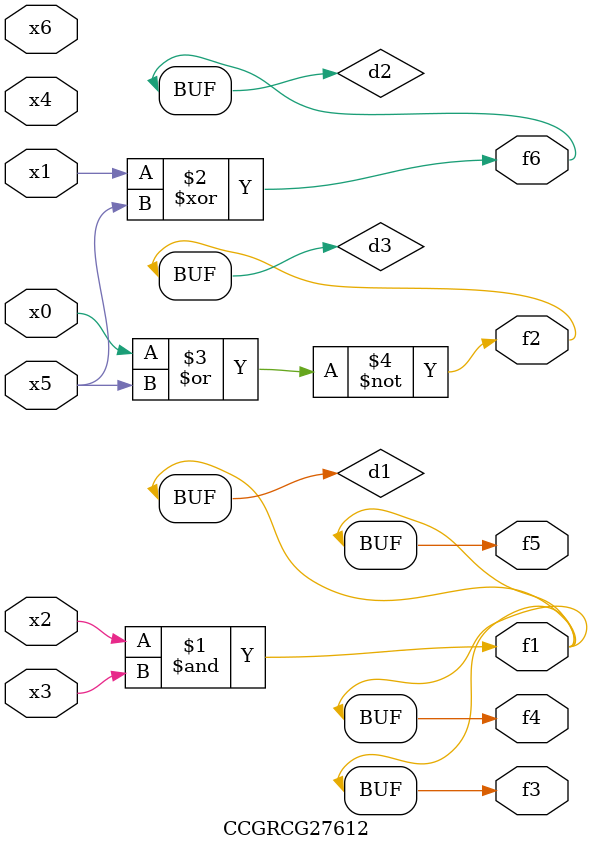
<source format=v>
module CCGRCG27612(
	input x0, x1, x2, x3, x4, x5, x6,
	output f1, f2, f3, f4, f5, f6
);

	wire d1, d2, d3;

	and (d1, x2, x3);
	xor (d2, x1, x5);
	nor (d3, x0, x5);
	assign f1 = d1;
	assign f2 = d3;
	assign f3 = d1;
	assign f4 = d1;
	assign f5 = d1;
	assign f6 = d2;
endmodule

</source>
